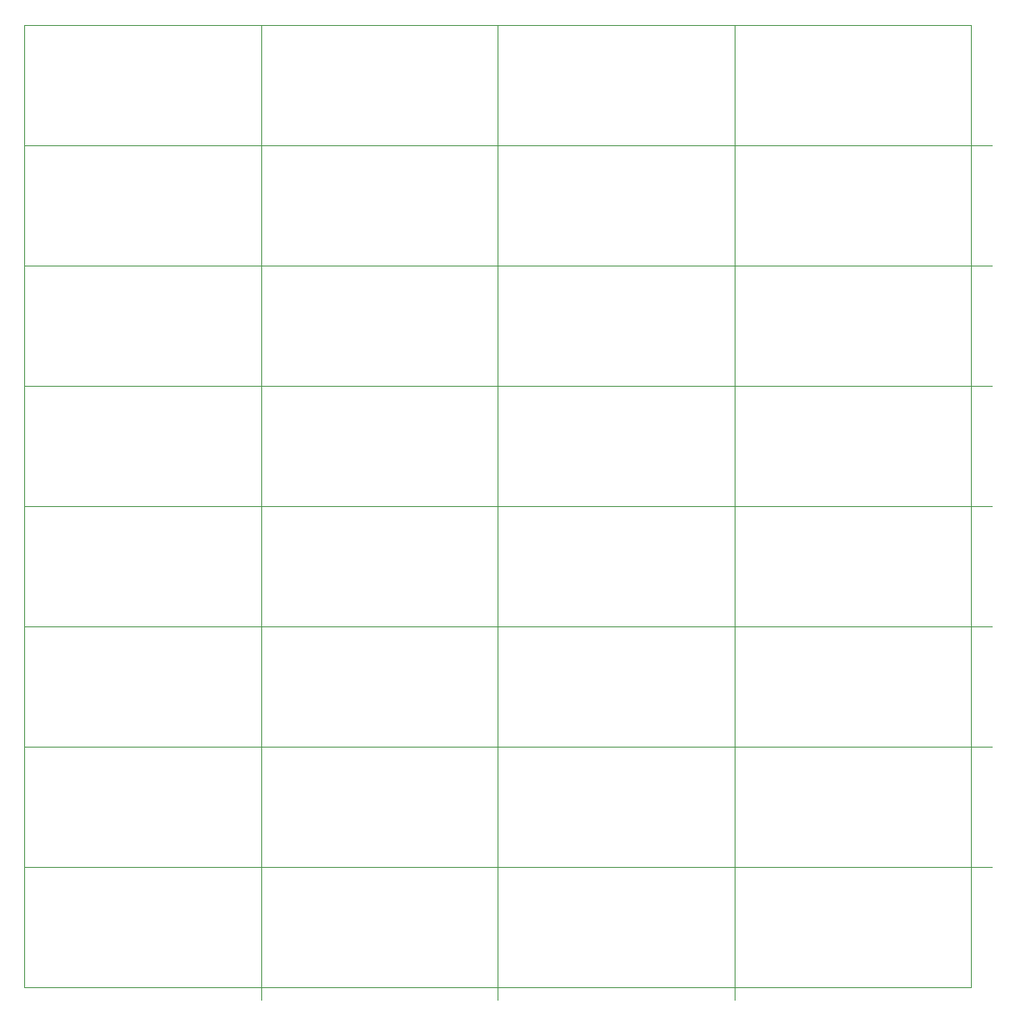
<source format=gm1>
G04 #@! TF.FileFunction,Profile,NP*
%FSLAX46Y46*%
G04 Gerber Fmt 4.6, Leading zero omitted, Abs format (unit mm)*
G04 Created by KiCad (PCBNEW 4.0.2+e4-6225~38~ubuntu14.04.1-stable) date Fri 01 Jul 2016 09:40:48 PM CDT*
%MOMM*%
G01*
G04 APERTURE LIST*
%ADD10C,0.100000*%
%ADD11C,0.050000*%
G04 APERTURE END LIST*
D10*
D11*
X72600000Y-115600000D02*
X170700000Y-115600000D01*
X168600000Y-152200000D02*
X72600000Y-152200000D01*
X170700000Y-140000000D02*
X72600000Y-140000000D01*
X72600000Y-127800000D02*
X170700000Y-127800000D01*
X170700000Y-103400000D02*
X72600000Y-103400000D01*
X72600000Y-91200000D02*
X170700000Y-91200000D01*
X170700000Y-79000000D02*
X72600000Y-79000000D01*
X168600000Y-54600000D02*
X168600000Y-152200000D01*
X144600000Y-54600000D02*
X144600000Y-153400000D01*
X120600000Y-54600000D02*
X120600000Y-153400000D01*
X72600000Y-152200000D02*
X72600000Y-54600000D01*
X72600000Y-54600000D02*
X168600000Y-54600000D01*
X170700000Y-66800000D02*
X72600000Y-66800000D01*
X96600000Y-54600000D02*
X96600000Y-153400000D01*
M02*

</source>
